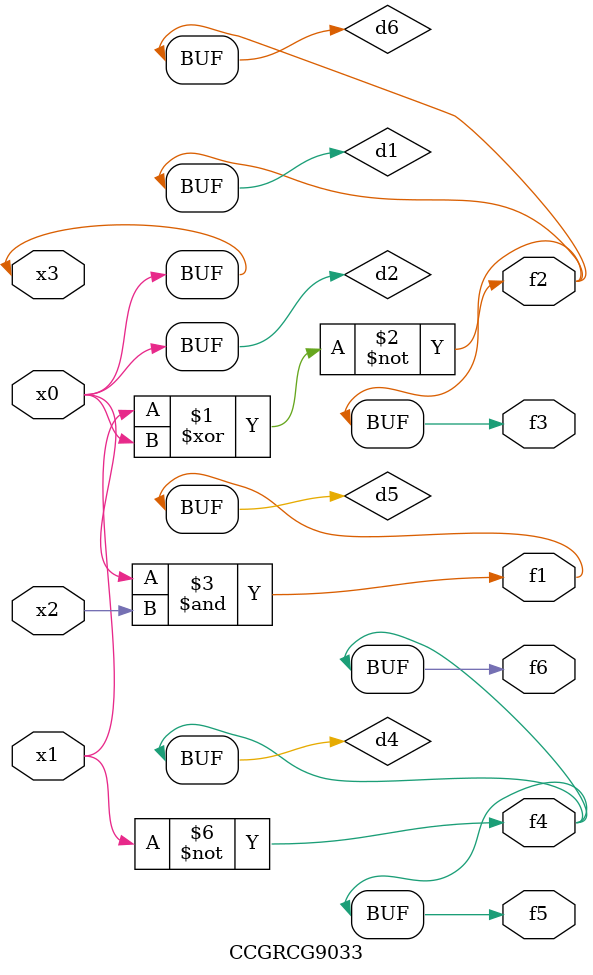
<source format=v>
module CCGRCG9033(
	input x0, x1, x2, x3,
	output f1, f2, f3, f4, f5, f6
);

	wire d1, d2, d3, d4, d5, d6;

	xnor (d1, x1, x3);
	buf (d2, x0, x3);
	nand (d3, x0, x2);
	not (d4, x1);
	nand (d5, d3);
	or (d6, d1);
	assign f1 = d5;
	assign f2 = d6;
	assign f3 = d6;
	assign f4 = d4;
	assign f5 = d4;
	assign f6 = d4;
endmodule

</source>
